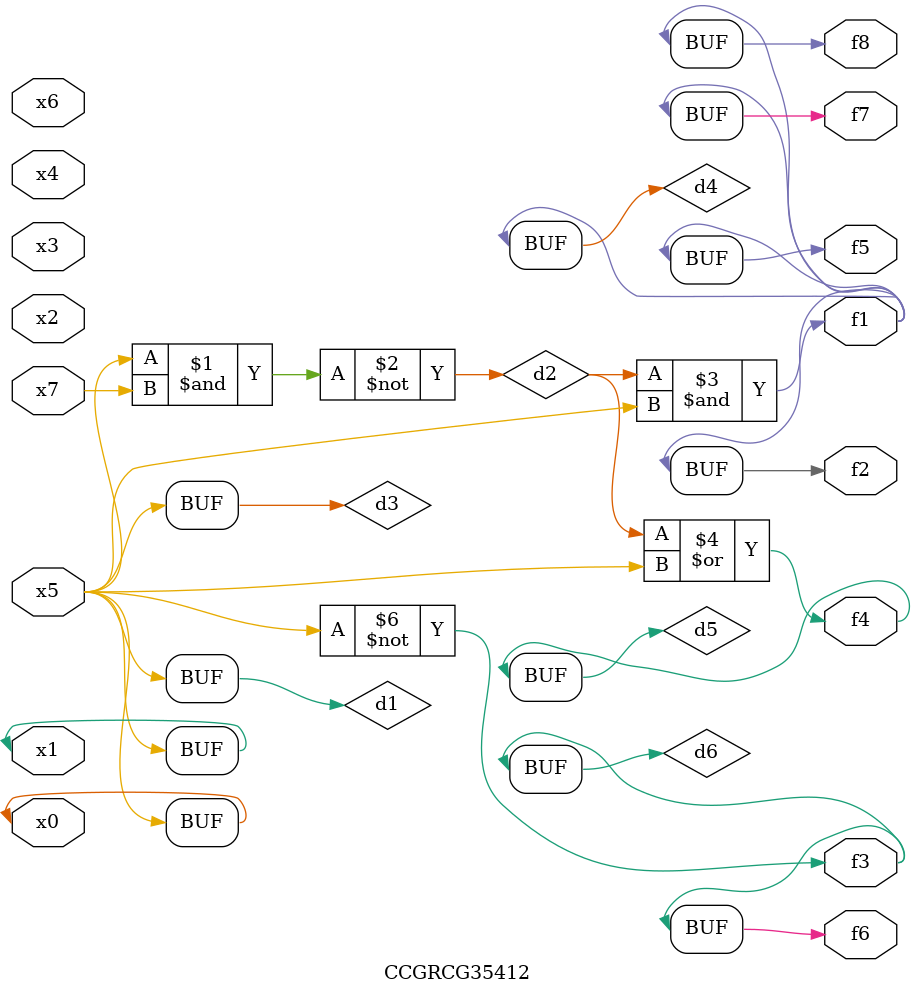
<source format=v>
module CCGRCG35412(
	input x0, x1, x2, x3, x4, x5, x6, x7,
	output f1, f2, f3, f4, f5, f6, f7, f8
);

	wire d1, d2, d3, d4, d5, d6;

	buf (d1, x0, x5);
	nand (d2, x5, x7);
	buf (d3, x0, x1);
	and (d4, d2, d3);
	or (d5, d2, d3);
	nor (d6, d1, d3);
	assign f1 = d4;
	assign f2 = d4;
	assign f3 = d6;
	assign f4 = d5;
	assign f5 = d4;
	assign f6 = d6;
	assign f7 = d4;
	assign f8 = d4;
endmodule

</source>
